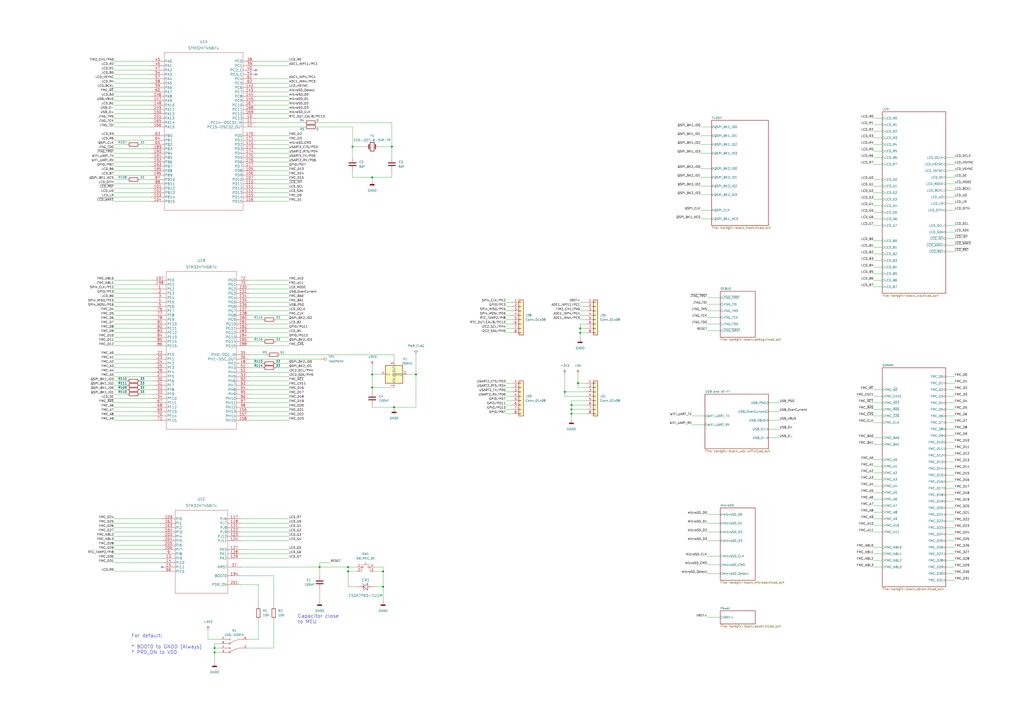
<source format=kicad_sch>
(kicad_sch (version 20211123) (generator eeschema)
  (paper "A2")
  (title_block (title "Main") (date "2022-11-14") (rev "Rev. 1") (company "HardGFX") (comment 1 "Esp. Eng. Sciarrone, Hanes Nahuel") (comment 2 "Master in embedded systems") (comment 3 "UBA - Facultad de Ingeniería"))
  (junction (at 222.25 331.47))
  (junction (at 331.47 240.03))
  (junction (at 204.47 85.09))
  (junction (at 331.47 234.95))
  (junction (at 327.66 227.33))
  (junction (at 336.55 190.5))
  (junction (at 227.33 85.09))
  (junction (at 331.47 237.49))
  (junction (at 124.46 378.46))
  (junction (at 335.28 222.25))
  (junction (at 215.9 217.17))
  (junction (at 201.93 331.47))
  (junction (at 201.93 328.93))
  (junction (at 124.46 375.92))
  (junction (at 336.55 193.04))
  (junction (at 222.25 340.36))
  (junction (at 185.42 328.93))
  (junction (at 215.9 102.87))
  (junction (at 215.9 224.79))
  (junction (at 228.6 236.22))
  (junction (at 241.3 217.17))
  (no_connect (at 148.59 43.18))
  (no_connect (at 148.59 40.64))
  (no_connect (at 93.98 328.93))
  (wire (pts (xy 66.04 233.68) (xy 88.9 233.68)))
  (wire (pts (xy 148.59 48.26) (xy 167.64 48.26)))
  (wire (pts (xy 144.78 187.96) (xy 167.64 187.96)))
  (wire (pts (xy 506.73 237.49) (xy 511.81 237.49)))
  (wire (pts (xy 548.64 302.26) (xy 553.72 302.26)))
  (wire (pts (xy 548.64 134.62) (xy 553.72 134.62)))
  (wire (pts (xy 340.36 224.79) (xy 335.28 224.79)))
  (wire (pts (xy 139.7 334.01) (xy 158.75 334.01)))
  (wire (pts (xy 548.64 317.5) (xy 553.72 317.5)))
  (wire (pts (xy 548.64 309.88) (xy 553.72 309.88)))
  (wire (pts (xy 406.4 88.9) (xy 412.75 88.9)))
  (wire (pts (xy 66.04 93.98) (xy 87.63 93.98)))
  (wire (pts (xy 66.04 55.88) (xy 87.63 55.88)))
  (wire (pts (xy 66.04 63.5) (xy 87.63 63.5)))
  (wire (pts (xy 548.64 271.78) (xy 553.72 271.78)))
  (wire (pts (xy 148.59 68.58) (xy 167.64 68.58)))
  (wire (pts (xy 293.37 237.49) (xy 297.18 237.49)))
  (wire (pts (xy 293.37 185.42) (xy 297.18 185.42)))
  (wire (pts (xy 241.3 236.22) (xy 228.6 236.22)))
  (wire (pts (xy 445.77 233.68) (xy 452.12 233.68)))
  (wire (pts (xy 144.78 228.6) (xy 167.64 228.6)))
  (wire (pts (xy 66.04 236.22) (xy 88.9 236.22)))
  (wire (pts (xy 548.64 260.35) (xy 553.72 260.35)))
  (wire (pts (xy 406.4 113.03) (xy 412.75 113.03)))
  (wire (pts (xy 241.3 217.17) (xy 241.3 236.22)))
  (wire (pts (xy 548.64 287.02) (xy 553.72 287.02)))
  (wire (pts (xy 548.64 294.64) (xy 553.72 294.64)))
  (wire (pts (xy 144.78 243.84) (xy 167.64 243.84)))
  (wire (pts (xy 445.77 243.84) (xy 452.12 243.84)))
  (wire (pts (xy 66.04 223.52) (xy 73.66 223.52)))
  (wire (pts (xy 148.59 99.06) (xy 167.64 99.06)))
  (wire (pts (xy 336.55 190.5) (xy 336.55 193.04)))
  (wire (pts (xy 222.25 328.93) (xy 217.17 328.93)))
  (wire (pts (xy 406.4 83.82) (xy 412.75 83.82)))
  (wire (pts (xy 66.04 308.61) (xy 93.98 308.61)))
  (wire (pts (xy 81.28 220.98) (xy 88.9 220.98)))
  (wire (pts (xy 191.77 326.39) (xy 185.42 326.39)))
  (wire (pts (xy 406.4 107.95) (xy 412.75 107.95)))
  (wire (pts (xy 548.64 95.25) (xy 553.72 95.25)))
  (wire (pts (xy 148.59 106.68) (xy 167.64 106.68)))
  (wire (pts (xy 227.33 102.87) (xy 215.9 102.87)))
  (wire (pts (xy 207.01 340.36) (xy 201.93 340.36)))
  (wire (pts (xy 215.9 224.79) (xy 215.9 227.33)))
  (wire (pts (xy 160.02 213.36) (xy 167.64 213.36)))
  (wire (pts (xy 506.73 158.75) (xy 511.81 158.75)))
  (wire (pts (xy 222.25 340.36) (xy 222.25 331.47)))
  (wire (pts (xy 327.66 227.33) (xy 327.66 217.17)))
  (wire (pts (xy 139.7 311.15) (xy 167.64 311.15)))
  (wire (pts (xy 201.93 340.36) (xy 201.93 331.47)))
  (wire (pts (xy 148.59 55.88) (xy 167.64 55.88)))
  (wire (pts (xy 66.04 231.14) (xy 88.9 231.14)))
  (wire (pts (xy 293.37 229.87) (xy 297.18 229.87)))
  (wire (pts (xy 215.9 217.17) (xy 215.9 212.09)))
  (wire (pts (xy 506.73 147.32) (xy 511.81 147.32)))
  (wire (pts (xy 144.78 218.44) (xy 167.64 218.44)))
  (wire (pts (xy 215.9 224.79) (xy 215.9 217.17)))
  (wire (pts (xy 548.64 142.24) (xy 553.72 142.24)))
  (wire (pts (xy 66.04 177.8) (xy 88.9 177.8)))
  (wire (pts (xy 185.42 341.63) (xy 185.42 349.25)))
  (wire (pts (xy 124.46 373.38) (xy 124.46 375.92)))
  (wire (pts (xy 66.04 68.58) (xy 87.63 68.58)))
  (wire (pts (xy 506.73 281.94) (xy 511.81 281.94)))
  (wire (pts (xy 204.47 99.06) (xy 204.47 102.87)))
  (wire (pts (xy 144.78 220.98) (xy 167.64 220.98)))
  (wire (pts (xy 406.4 78.74) (xy 412.75 78.74)))
  (wire (pts (xy 139.7 323.85) (xy 167.64 323.85)))
  (wire (pts (xy 148.59 86.36) (xy 167.64 86.36)))
  (wire (pts (xy 548.64 279.4) (xy 553.72 279.4)))
  (wire (pts (xy 148.59 38.1) (xy 167.64 38.1)))
  (wire (pts (xy 66.04 311.15) (xy 93.98 311.15)))
  (wire (pts (xy 144.78 205.74) (xy 154.94 205.74)))
  (wire (pts (xy 548.64 245.11) (xy 553.72 245.11)))
  (wire (pts (xy 336.55 193.04) (xy 336.55 196.85)))
  (wire (pts (xy 293.37 193.04) (xy 297.18 193.04)))
  (wire (pts (xy 143.51 370.84) (xy 149.86 370.84)))
  (wire (pts (xy 201.93 331.47) (xy 201.93 328.93)))
  (wire (pts (xy 548.64 138.43) (xy 553.72 138.43)))
  (wire (pts (xy 293.37 234.95) (xy 297.18 234.95)))
  (wire (pts (xy 410.21 332.74) (xy 417.83 332.74)))
  (wire (pts (xy 336.55 187.96) (xy 336.55 190.5)))
  (wire (pts (xy 228.6 236.22) (xy 228.6 237.49)))
  (wire (pts (xy 335.28 224.79) (xy 335.28 222.25)))
  (wire (pts (xy 445.77 238.76) (xy 452.12 238.76)))
  (wire (pts (xy 336.55 182.88) (xy 340.36 182.88)))
  (wire (pts (xy 139.7 313.69) (xy 167.64 313.69)))
  (wire (pts (xy 548.64 267.97) (xy 553.72 267.97)))
  (wire (pts (xy 506.73 123.19) (xy 511.81 123.19)))
  (wire (pts (xy 160.02 198.12) (xy 167.64 198.12)))
  (wire (pts (xy 506.73 119.38) (xy 511.81 119.38)))
  (wire (pts (xy 293.37 227.33) (xy 297.18 227.33)))
  (wire (pts (xy 66.04 220.98) (xy 73.66 220.98)))
  (wire (pts (xy 148.59 78.74) (xy 167.64 78.74)))
  (wire (pts (xy 66.04 303.53) (xy 93.98 303.53)))
  (wire (pts (xy 204.47 102.87) (xy 215.9 102.87)))
  (wire (pts (xy 506.73 87.63) (xy 511.81 87.63)))
  (wire (pts (xy 506.73 162.56) (xy 511.81 162.56)))
  (wire (pts (xy 66.04 195.58) (xy 88.9 195.58)))
  (wire (pts (xy 340.36 234.95) (xy 331.47 234.95)))
  (wire (pts (xy 336.55 177.8) (xy 340.36 177.8)))
  (wire (pts (xy 66.04 116.84) (xy 87.63 116.84)))
  (wire (pts (xy 128.27 373.38) (xy 124.46 373.38)))
  (wire (pts (xy 506.73 254) (xy 511.81 254)))
  (wire (pts (xy 66.04 60.96) (xy 87.63 60.96)))
  (wire (pts (xy 406.4 127) (xy 412.75 127)))
  (wire (pts (xy 66.04 167.64) (xy 88.9 167.64)))
  (wire (pts (xy 340.36 229.87) (xy 327.66 229.87)))
  (wire (pts (xy 144.78 208.28) (xy 185.42 208.28)))
  (wire (pts (xy 548.64 298.45) (xy 553.72 298.45)))
  (wire (pts (xy 506.73 274.32) (xy 511.81 274.32)))
  (wire (pts (xy 66.04 213.36) (xy 88.9 213.36)))
  (wire (pts (xy 293.37 232.41) (xy 297.18 232.41)))
  (wire (pts (xy 293.37 224.79) (xy 297.18 224.79)))
  (wire (pts (xy 66.04 243.84) (xy 88.9 243.84)))
  (wire (pts (xy 124.46 375.92) (xy 128.27 375.92)))
  (wire (pts (xy 148.59 114.3) (xy 167.64 114.3)))
  (wire (pts (xy 506.73 72.39) (xy 511.81 72.39)))
  (wire (pts (xy 162.56 205.74) (xy 228.6 205.74)))
  (wire (pts (xy 410.21 298.45) (xy 417.83 298.45)))
  (wire (pts (xy 124.46 378.46) (xy 124.46 384.81)))
  (wire (pts (xy 506.73 278.13) (xy 511.81 278.13)))
  (wire (pts (xy 217.17 340.36) (xy 222.25 340.36)))
  (wire (pts (xy 124.46 375.92) (xy 124.46 378.46)))
  (wire (pts (xy 185.42 326.39) (xy 185.42 328.93)))
  (wire (pts (xy 185.42 328.93) (xy 201.93 328.93)))
  (wire (pts (xy 201.93 328.93) (xy 207.01 328.93)))
  (wire (pts (xy 241.3 205.74) (xy 241.3 217.17)))
  (wire (pts (xy 144.78 190.5) (xy 167.64 190.5)))
  (wire (pts (xy 184.15 71.12) (xy 227.33 71.12)))
  (wire (pts (xy 336.55 175.26) (xy 340.36 175.26)))
  (wire (pts (xy 340.36 190.5) (xy 336.55 190.5)))
  (wire (pts (xy 336.55 180.34) (xy 340.36 180.34)))
  (wire (pts (xy 548.64 226.06) (xy 553.72 226.06)))
  (wire (pts (xy 66.04 162.56) (xy 88.9 162.56)))
  (wire (pts (xy 236.22 217.17) (xy 241.3 217.17)))
  (wire (pts (xy 548.64 256.54) (xy 553.72 256.54)))
  (wire (pts (xy 548.64 328.93) (xy 553.72 328.93)))
  (wire (pts (xy 66.04 86.36) (xy 87.63 86.36)))
  (wire (pts (xy 548.64 222.25) (xy 553.72 222.25)))
  (wire (pts (xy 66.04 218.44) (xy 88.9 218.44)))
  (wire (pts (xy 227.33 91.44) (xy 227.33 85.09)))
  (wire (pts (xy 66.04 71.12) (xy 87.63 71.12)))
  (wire (pts (xy 548.64 248.92) (xy 553.72 248.92)))
  (wire (pts (xy 506.73 68.58) (xy 511.81 68.58)))
  (wire (pts (xy 160.02 185.42) (xy 167.64 185.42)))
  (wire (pts (xy 548.64 336.55) (xy 553.72 336.55)))
  (wire (pts (xy 148.59 111.76) (xy 167.64 111.76)))
  (wire (pts (xy 410.21 172.72) (xy 417.83 172.72)))
  (wire (pts (xy 66.04 306.07) (xy 93.98 306.07)))
  (wire (pts (xy 148.59 45.72) (xy 167.64 45.72)))
  (wire (pts (xy 228.6 205.74) (xy 228.6 209.55)))
  (wire (pts (xy 336.55 185.42) (xy 340.36 185.42)))
  (wire (pts (xy 410.21 184.15) (xy 417.83 184.15)))
  (wire (pts (xy 144.78 226.06) (xy 167.64 226.06)))
  (wire (pts (xy 144.78 185.42) (xy 152.4 185.42)))
  (wire (pts (xy 548.64 237.49) (xy 553.72 237.49)))
  (wire (pts (xy 548.64 130.81) (xy 553.72 130.81)))
  (wire (pts (xy 144.78 165.1) (xy 167.64 165.1)))
  (wire (pts (xy 144.78 241.3) (xy 167.64 241.3)))
  (wire (pts (xy 548.64 218.44) (xy 553.72 218.44)))
  (wire (pts (xy 506.73 321.31) (xy 511.81 321.31)))
  (wire (pts (xy 144.78 177.8) (xy 167.64 177.8)))
  (wire (pts (xy 66.04 88.9) (xy 87.63 88.9)))
  (wire (pts (xy 293.37 175.26) (xy 297.18 175.26)))
  (wire (pts (xy 139.7 321.31) (xy 167.64 321.31)))
  (wire (pts (xy 144.78 223.52) (xy 167.64 223.52)))
  (wire (pts (xy 139.7 306.07) (xy 167.64 306.07)))
  (wire (pts (xy 506.73 166.37) (xy 511.81 166.37)))
  (wire (pts (xy 66.04 190.5) (xy 88.9 190.5)))
  (wire (pts (xy 410.21 327.66) (xy 417.83 327.66)))
  (wire (pts (xy 144.78 233.68) (xy 167.64 233.68)))
  (wire (pts (xy 548.64 325.12) (xy 553.72 325.12)))
  (wire (pts (xy 548.64 264.16) (xy 553.72 264.16)))
  (wire (pts (xy 66.04 210.82) (xy 88.9 210.82)))
  (wire (pts (xy 148.59 50.8) (xy 167.64 50.8)))
  (wire (pts (xy 66.04 45.72) (xy 87.63 45.72)))
  (wire (pts (xy 139.7 339.09) (xy 149.86 339.09)))
  (wire (pts (xy 148.59 71.12) (xy 176.53 71.12)))
  (wire (pts (xy 327.66 229.87) (xy 327.66 227.33)))
  (wire (pts (xy 144.78 182.88) (xy 167.64 182.88)))
  (wire (pts (xy 148.59 101.6) (xy 167.64 101.6)))
  (wire (pts (xy 144.78 167.64) (xy 167.64 167.64)))
  (wire (pts (xy 293.37 187.96) (xy 297.18 187.96)))
  (wire (pts (xy 222.25 340.36) (xy 222.25 349.25)))
  (wire (pts (xy 66.04 241.3) (xy 88.9 241.3)))
  (wire (pts (xy 144.78 195.58) (xy 167.64 195.58)))
  (wire (pts (xy 410.21 308.61) (xy 417.83 308.61)))
  (wire (pts (xy 148.59 53.34) (xy 167.64 53.34)))
  (wire (pts (xy 340.36 227.33) (xy 327.66 227.33)))
  (wire (pts (xy 506.73 300.99) (xy 511.81 300.99)))
  (wire (pts (xy 293.37 240.03) (xy 297.18 240.03)))
  (wire (pts (xy 506.73 107.95) (xy 511.81 107.95)))
  (wire (pts (xy 144.78 193.04) (xy 167.64 193.04)))
  (wire (pts (xy 66.04 326.39) (xy 93.98 326.39)))
  (wire (pts (xy 506.73 285.75) (xy 511.81 285.75)))
  (wire (pts (xy 148.59 116.84) (xy 167.64 116.84)))
  (wire (pts (xy 149.86 339.09) (xy 149.86 351.79)))
  (wire (pts (xy 144.78 236.22) (xy 167.64 236.22)))
  (wire (pts (xy 506.73 304.8) (xy 511.81 304.8)))
  (wire (pts (xy 66.04 38.1) (xy 87.63 38.1)))
  (wire (pts (xy 204.47 91.44) (xy 204.47 85.09)))
  (wire (pts (xy 120.65 370.84) (xy 120.65 365.76)))
  (wire (pts (xy 66.04 99.06) (xy 87.63 99.06)))
  (wire (pts (xy 340.36 240.03) (xy 331.47 240.03)))
  (wire (pts (xy 506.73 270.51) (xy 511.81 270.51)))
  (wire (pts (xy 185.42 328.93) (xy 185.42 334.01)))
  (wire (pts (xy 66.04 300.99) (xy 93.98 300.99)))
  (wire (pts (xy 144.78 198.12) (xy 152.4 198.12)))
  (wire (pts (xy 66.04 170.18) (xy 88.9 170.18)))
  (wire (pts (xy 548.64 106.68) (xy 553.72 106.68)))
  (wire (pts (xy 548.64 306.07) (xy 553.72 306.07)))
  (wire (pts (xy 204.47 73.66) (xy 204.47 85.09)))
  (wire (pts (xy 340.36 232.41) (xy 331.47 232.41)))
  (wire (pts (xy 410.21 322.58) (xy 417.83 322.58)))
  (wire (pts (xy 410.21 187.96) (xy 417.83 187.96)))
  (wire (pts (xy 506.73 95.25) (xy 511.81 95.25)))
  (wire (pts (xy 506.73 241.3) (xy 511.81 241.3)))
  (wire (pts (xy 548.64 118.11) (xy 553.72 118.11)))
  (wire (pts (xy 66.04 238.76) (xy 88.9 238.76)))
  (wire (pts (xy 148.59 88.9) (xy 167.64 88.9)))
  (wire (pts (xy 81.28 83.82) (xy 87.63 83.82)))
  (wire (pts (xy 66.04 101.6) (xy 87.63 101.6)))
  (wire (pts (xy 410.21 303.53) (xy 417.83 303.53)))
  (wire (pts (xy 66.04 48.26) (xy 87.63 48.26)))
  (wire (pts (xy 66.04 111.76) (xy 87.63 111.76)))
  (wire (pts (xy 148.59 104.14) (xy 167.64 104.14)))
  (wire (pts (xy 144.78 210.82) (xy 152.4 210.82)))
  (wire (pts (xy 144.78 231.14) (xy 167.64 231.14)))
  (wire (pts (xy 506.73 139.7) (xy 511.81 139.7)))
  (wire (pts (xy 160.02 210.82) (xy 167.64 210.82)))
  (wire (pts (xy 331.47 234.95) (xy 331.47 237.49)))
  (wire (pts (xy 148.59 58.42) (xy 167.64 58.42)))
  (wire (pts (xy 66.04 226.06) (xy 73.66 226.06)))
  (wire (pts (xy 506.73 289.56) (xy 511.81 289.56)))
  (wire (pts (xy 66.04 91.44) (xy 87.63 91.44)))
  (wire (pts (xy 548.64 321.31) (xy 553.72 321.31)))
  (wire (pts (xy 66.04 104.14) (xy 73.66 104.14)))
  (wire (pts (xy 406.4 102.87) (xy 412.75 102.87)))
  (wire (pts (xy 548.64 275.59) (xy 553.72 275.59)))
  (wire (pts (xy 81.28 223.52) (xy 88.9 223.52)))
  (wire (pts (xy 139.7 328.93) (xy 185.42 328.93)))
  (wire (pts (xy 217.17 331.47) (xy 222.25 331.47)))
  (wire (pts (xy 506.73 325.12) (xy 511.81 325.12)))
  (wire (pts (xy 406.4 121.92) (xy 412.75 121.92)))
  (wire (pts (xy 331.47 240.03) (xy 331.47 243.84)))
  (wire (pts (xy 506.73 297.18) (xy 511.81 297.18)))
  (wire (pts (xy 340.36 237.49) (xy 331.47 237.49)))
  (wire (pts (xy 201.93 331.47) (xy 207.01 331.47)))
  (wire (pts (xy 66.04 43.18) (xy 87.63 43.18)))
  (wire (pts (xy 148.59 60.96) (xy 167.64 60.96)))
  (wire (pts (xy 81.28 104.14) (xy 87.63 104.14)))
  (wire (pts (xy 506.73 293.37) (xy 511.81 293.37)))
  (wire (pts (xy 66.04 182.88) (xy 88.9 182.88)))
  (wire (pts (xy 227.33 85.09) (xy 219.71 85.09)))
  (wire (pts (xy 506.73 151.13) (xy 511.81 151.13)))
  (wire (pts (xy 293.37 180.34) (xy 297.18 180.34)))
  (wire (pts (xy 128.27 370.84) (xy 120.65 370.84)))
  (wire (pts (xy 215.9 234.95) (xy 215.9 236.22)))
  (wire (pts (xy 66.04 66.04) (xy 87.63 66.04)))
  (wire (pts (xy 406.4 73.66) (xy 412.75 73.66)))
  (wire (pts (xy 149.86 370.84) (xy 149.86 359.41)))
  (wire (pts (xy 506.73 328.93) (xy 511.81 328.93)))
  (wire (pts (xy 548.64 313.69) (xy 553.72 313.69)))
  (wire (pts (xy 66.04 200.66) (xy 88.9 200.66)))
  (wire (pts (xy 66.04 198.12) (xy 88.9 198.12)))
  (wire (pts (xy 144.78 162.56) (xy 167.64 162.56)))
  (wire (pts (xy 548.64 241.3) (xy 553.72 241.3)))
  (wire (pts (xy 66.04 106.68) (xy 87.63 106.68)))
  (wire (pts (xy 66.04 180.34) (xy 88.9 180.34)))
  (wire (pts (xy 506.73 91.44) (xy 511.81 91.44)))
  (wire (pts (xy 506.73 317.5) (xy 511.81 317.5)))
  (wire (pts (xy 158.75 375.92) (xy 158.75 359.41)))
  (wire (pts (xy 66.04 50.8) (xy 87.63 50.8)))
  (wire (pts (xy 139.7 303.53) (xy 167.64 303.53)))
  (wire (pts (xy 410.21 176.53) (xy 417.83 176.53)))
  (wire (pts (xy 66.04 228.6) (xy 73.66 228.6)))
  (wire (pts (xy 144.78 213.36) (xy 152.4 213.36)))
  (wire (pts (xy 66.04 35.56) (xy 87.63 35.56)))
  (wire (pts (xy 144.78 172.72) (xy 167.64 172.72)))
  (wire (pts (xy 410.21 180.34) (xy 417.83 180.34)))
  (wire (pts (xy 506.73 245.11) (xy 511.81 245.11)))
  (wire (pts (xy 143.51 375.92) (xy 158.75 375.92)))
  (wire (pts (xy 66.04 193.04) (xy 88.9 193.04)))
  (wire (pts (xy 66.04 96.52) (xy 87.63 96.52)))
  (wire (pts (xy 506.73 266.7) (xy 511.81 266.7)))
  (wire (pts (xy 406.4 97.79) (xy 412.75 97.79)))
  (wire (pts (xy 148.59 93.98) (xy 167.64 93.98)))
  (wire (pts (xy 148.59 81.28) (xy 167.64 81.28)))
  (wire (pts (xy 66.04 187.96) (xy 88.9 187.96)))
  (wire (pts (xy 506.73 229.87) (xy 511.81 229.87)))
  (wire (pts (xy 144.78 200.66) (xy 167.64 200.66)))
  (wire (pts (xy 148.59 73.66) (xy 176.53 73.66)))
  (wire (pts (xy 204.47 85.09) (xy 212.09 85.09)))
  (wire (pts (xy 548.64 233.68) (xy 553.72 233.68)))
  (wire (pts (xy 144.78 215.9) (xy 167.64 215.9)))
  (wire (pts (xy 66.04 83.82) (xy 73.66 83.82)))
  (wire (pts (xy 148.59 35.56) (xy 167.64 35.56)))
  (wire (pts (xy 331.47 237.49) (xy 331.47 240.03)))
  (wire (pts (xy 66.04 172.72) (xy 88.9 172.72)))
  (wire (pts (xy 340.36 187.96) (xy 336.55 187.96)))
  (wire (pts (xy 506.73 233.68) (xy 511.81 233.68)))
  (wire (pts (xy 506.73 83.82) (xy 511.81 83.82)))
  (wire (pts (xy 506.73 226.06) (xy 511.81 226.06)))
  (wire (pts (xy 548.64 290.83) (xy 553.72 290.83)))
  (wire (pts (xy 293.37 182.88) (xy 297.18 182.88)))
  (wire (pts (xy 506.73 111.76) (xy 511.81 111.76)))
  (wire (pts (xy 410.21 191.77) (xy 417.83 191.77)))
  (wire (pts (xy 548.64 229.87) (xy 553.72 229.87)))
  (wire (pts (xy 506.73 257.81) (xy 511.81 257.81)))
  (wire (pts (xy 548.64 283.21) (xy 553.72 283.21)))
  (wire (pts (xy 81.28 226.06) (xy 88.9 226.06)))
  (wire (pts (xy 228.6 224.79) (xy 215.9 224.79)))
  (wire (pts (xy 66.04 185.42) (xy 88.9 185.42)))
  (wire (pts (xy 66.04 208.28) (xy 88.9 208.28)))
  (wire (pts (xy 66.04 109.22) (xy 87.63 109.22)))
  (wire (pts (xy 445.77 254) (xy 452.12 254)))
  (wire (pts (xy 66.04 58.42) (xy 87.63 58.42)))
  (wire (pts (xy 66.04 318.77) (xy 93.98 318.77)))
  (wire (pts (xy 331.47 232.41) (xy 331.47 234.95)))
  (wire (pts (xy 506.73 115.57) (xy 511.81 115.57)))
  (wire (pts (xy 66.04 40.64) (xy 87.63 40.64)))
  (wire (pts (xy 148.59 96.52) (xy 167.64 96.52)))
  (wire (pts (xy 506.73 154.94) (xy 511.81 154.94)))
  (wire (pts (xy 548.64 99.06) (xy 553.72 99.06)))
  (wire (pts (xy 410.21 313.69) (xy 417.83 313.69)))
  (wire (pts (xy 139.7 300.99) (xy 167.64 300.99)))
  (wire (pts (xy 548.64 332.74) (xy 553.72 332.74)))
  (wire (pts (xy 548.64 121.92) (xy 553.72 121.92)))
  (wire (pts (xy 506.73 76.2) (xy 511.81 76.2)))
  (wire (pts (xy 66.04 215.9) (xy 88.9 215.9)))
  (wire (pts (xy 445.77 248.92) (xy 452.12 248.92)))
  (wire (pts (xy 148.59 83.82) (xy 167.64 83.82)))
  (wire (pts (xy 184.15 73.66) (xy 204.47 73.66)))
  (wire (pts (xy 139.7 318.77) (xy 167.64 318.77)))
  (wire (pts (xy 81.28 228.6) (xy 88.9 228.6)))
  (wire (pts (xy 506.73 143.51) (xy 511.81 143.51)))
  (wire (pts (xy 66.04 321.31) (xy 93.98 321.31)))
  (wire (pts (xy 293.37 222.25) (xy 297.18 222.25)))
  (wire (pts (xy 293.37 177.8) (xy 297.18 177.8)))
  (wire (pts (xy 548.64 114.3) (xy 553.72 114.3)))
  (wire (pts (xy 66.04 78.74) (xy 87.63 78.74)))
  (wire (pts (xy 66.04 316.23) (xy 93.98 316.23)))
  (wire (pts (xy 144.78 238.76) (xy 167.64 238.76)))
  (wire (pts (xy 506.73 130.81) (xy 511.81 130.81)))
  (wire (pts (xy 293.37 190.5) (xy 297.18 190.5)))
  (wire (pts (xy 548.64 91.44) (xy 553.72 91.44)))
  (wire (pts (xy 506.73 308.61) (xy 511.81 308.61)))
  (wire (pts (xy 66.04 165.1) (xy 88.9 165.1)))
  (wire (pts (xy 148.59 63.5) (xy 167.64 63.5)))
  (wire (pts (xy 215.9 102.87) (xy 215.9 105.41)))
  (wire (pts (xy 340.36 193.04) (xy 336.55 193.04)))
  (wire (pts (xy 340.36 222.25) (xy 335.28 222.25)))
  (wire (pts (xy 548.64 102.87) (xy 553.72 102.87)))
  (wire (pts (xy 335.28 222.25) (xy 335.28 217.17)))
  (wire (pts (xy 66.04 313.69) (xy 93.98 313.69)))
  (wire (pts (xy 144.78 175.26) (xy 167.64 175.26)))
  (wire (pts (xy 148.59 66.04) (xy 167.64 66.04)))
  (wire (pts (xy 401.32 246.38) (xy 408.94 246.38)))
  (wire (pts (xy 66.04 114.3) (xy 87.63 114.3)))
  (wire (pts (xy 144.78 180.34) (xy 167.64 180.34)))
  (wire (pts (xy 548.64 146.05) (xy 553.72 146.05)))
  (wire (pts (xy 148.59 109.22) (xy 167.64 109.22)))
  (wire (pts (xy 66.04 53.34) (xy 87.63 53.34)))
  (wire (pts (xy 144.78 170.18) (xy 167.64 170.18)))
  (wire (pts (xy 222.25 331.47) (xy 222.25 328.93)))
  (wire (pts (xy 227.33 99.06) (xy 227.33 102.87)))
  (wire (pts (xy 548.64 252.73) (xy 553.72 252.73)))
  (wire (pts (xy 66.04 323.85) (xy 93.98 323.85)))
  (wire (pts (xy 506.73 104.14) (xy 511.81 104.14)))
  (wire (pts (xy 401.32 241.3) (xy 408.94 241.3)))
  (wire (pts (xy 66.04 205.74) (xy 88.9 205.74)))
  (wire (pts (xy 158.75 334.01) (xy 158.75 351.79)))
  (wire (pts (xy 66.04 175.26) (xy 88.9 175.26)))
  (wire (pts (xy 139.7 308.61) (xy 167.64 308.61)))
  (wire (pts (xy 506.73 127) (xy 511.81 127)))
  (wire (pts (xy 128.27 378.46) (xy 124.46 378.46)))
  (wire (pts (xy 506.73 80.01) (xy 511.81 80.01)))
  (wire (pts (xy 410.21 358.14) (xy 417.83 358.14)))
  (wire (pts (xy 548.64 110.49) (xy 553.72 110.49)))
  (wire (pts (xy 66.04 331.47) (xy 93.98 331.47)))
  (wire (pts (xy 220.98 217.17) (xy 215.9 217.17)))
  (wire (pts (xy 148.59 91.44) (xy 167.64 91.44)))
  (wire (pts (xy 215.9 236.22) (xy 228.6 236.22)))
  (wire (pts (xy 66.04 81.28) (xy 87.63 81.28)))
  (wire (pts (xy 227.33 71.12) (xy 227.33 85.09)))
  (wire (pts (xy 66.04 73.66) (xy 87.63 73.66)))
  (text "Capacitor close \nto MCU" (at 172.72 361.95 0) (effects (font (size 2 2)) (justify left bottom)))
  (text "For default:\n\n* BOOT0 to GNDD (Always) \n* PRD_ON to VDD" (at 76.2 379.73 0) (effects (font (size 2 2)) (justify left bottom)))
  (label "FMC_D6" (at 553.72 241.3 0))
  (label "FMC_D28" (at 553.72 325.12 0))
  (label "FMC_D27" (at 553.72 321.31 0))
  (label "LCD_VSYNC" (at 66.04 45.72 180))
  (label "LCD_R1" (at 506.73 72.39 180))
  (label "FMC_~{WE}" (at 66.04 53.34 180))
  (label "FMC_A9" (at 506.73 300.99 180))
  (label "GPIO{slash}PD7" (at 293.37 232.41 180))
  (label "USB_PSO" (at 452.12 233.68 0))
  (label "LCD_DCLK" (at 553.72 91.44 0))
  (label "I2C2_SDA{slash}PH5" (at 167.64 218.44 0))
  (label "FMC_D16" (at 553.72 279.4 0))
  (label "microSD_CMD" (at 410.21 327.66 180))
  (label "SPI4_MOSI{slash}PE6" (at 293.37 182.88 180))
  (label "LCD_HSYNC" (at 553.72 95.25 0))
  (label "FMC_D14" (at 167.64 101.6 0))
  (label "FMC_A0" (at 66.04 205.74 180))
  (label "microSD_D3" (at 167.64 63.5 0))
  (label "SPI4_CLK{slash}PE2" (at 66.04 167.64 180))
  (label "FMC_D12" (at 66.04 200.66 180))
  (label "QSPI_BK1_IO3" (at 66.04 220.98 180))
  (label "LCD_G6" (at 506.73 127 180))
  (label "FMC_A0" (at 506.73 266.7 180))
  (label "FMC_D7" (at 553.72 245.11 0))
  (label "FMC_D4" (at 66.04 180.34 180))
  (label "TIM2_CH1{slash}PA0" (at 336.55 180.34 180))
  (label "LCD_G3" (at 506.73 115.57 180))
  (label "FMC_CKE1" (at 167.64 223.52 0))
  (label "LCD_DCLK" (at 167.64 180.34 0))
  (label "microSD_D1" (at 410.21 303.53 180))
  (label "LCD_SDA" (at 167.64 111.76 0))
  (label "LCD_B1" (at 506.73 143.51 180))
  (label "FMC_A5" (at 506.73 285.75 180))
  (label "FMC_D1" (at 553.72 222.25 0))
  (label "FMC_NBL3" (at 506.73 328.93 180))
  (label "LCD_G1" (at 167.64 306.07 0))
  (label "LCD_R0" (at 66.04 331.47 180))
  (label "LCD_B4" (at 506.73 154.94 180))
  (label "~{JTAG_TRST}" (at 410.21 172.72 180))
  (label "USART2_RTS{slash}PD4" (at 293.37 224.79 180))
  (label "LCD_G7" (at 506.73 130.81 180))
  (label "FMC_D10" (at 66.04 195.58 180))
  (label "FMC_D27" (at 66.04 308.61 180))
  (label "LCD_G2" (at 506.73 111.76 180))
  (label "LCD_R2" (at 506.73 76.2 180))
  (label "QSPI_BK2_IO1" (at 167.64 213.36 0))
  (label "USART2_TX{slash}PD5" (at 167.64 91.44 0))
  (label "LCD_LR" (at 66.04 114.3 180))
  (label "LCD_G3" (at 167.64 311.15 0))
  (label "LCD_MODE" (at 553.72 106.68 0))
  (label "~{LCD_RST}" (at 66.04 109.22 180))
  (label "FMC_D7" (at 66.04 187.96 180))
  (label "microSD_D0" (at 167.64 55.88 0))
  (label "QSPI_BK1_IO0" (at 66.04 226.06 180))
  (label "LCD_HSYNC" (at 167.64 50.8 0))
  (label "LCD_B6" (at 506.73 162.56 180))
  (label "GPIO{slash}PG13" (at 167.64 195.58 0))
  (label "FMC_A1" (at 506.73 270.51 180))
  (label "RTC_OUT_CALIB{slash}PC13" (at 167.64 68.58 0))
  (label "GPIO{slash}PE3" (at 66.04 170.18 180))
  (label "FMC_A2" (at 506.73 274.32 180))
  (label "FMC_D30" (at 553.72 332.74 0))
  (label "FMC_D18" (at 553.72 287.02 0))
  (label "USB_D-" (at 452.12 254 0))
  (label "FMC_D21" (at 167.64 238.76 0))
  (label "FMC_NBL0" (at 506.73 317.5 180))
  (label "QSPI_BK2_IO2" (at 406.4 107.95 180))
  (label "LCD_BCKL" (at 66.04 50.8 180))
  (label "LCD_G5" (at 506.73 123.19 180))
  (label "FMC_BA1" (at 506.73 257.81 180))
  (label "FMC_D9" (at 66.04 193.04 180))
  (label "GPIO{slash}PE3" (at 293.37 177.8 180))
  (label "LCD_R7" (at 506.73 95.25 180))
  (label "FMC_NBL0" (at 66.04 162.56 180))
  (label "FMC_D26" (at 66.04 306.07 180))
  (label "FMC_BA0" (at 506.73 254 180))
  (label "USB_OverCurrent" (at 452.12 238.76 0))
  (label "FMC_D28" (at 66.04 316.23 180))
  (label "FMC_D17" (at 167.64 228.6 0))
  (label "FMC_D1" (at 167.64 116.84 0))
  (label "FMC_A8" (at 66.04 241.3 180))
  (label "FMC_A8" (at 506.73 297.18 180))
  (label "USB_PSO" (at 167.64 177.8 0))
  (label "FMC_~{CAS}" (at 167.64 200.66 0))
  (label "microSD_Detect" (at 410.21 332.74 180))
  (label "QSPI_BK1_IO0" (at 406.4 73.66 180))
  (label "LCD_R2" (at 66.04 38.1 180))
  (label "microSD_D2" (at 167.64 60.96 0))
  (label "LCD_G6" (at 167.64 321.31 0))
  (label "LCD_B2" (at 506.73 147.32 180))
  (label "QSPI_BK1_IO3" (at 406.4 88.9 180))
  (label "~{LCD_WAKE}" (at 553.72 142.24 0))
  (label "ADC1_INP4{slash}PC4" (at 336.55 182.88 180))
  (label "FMC_D19" (at 167.64 233.68 0))
  (label "I2C2_SCL{slash}PH4" (at 167.64 215.9 0))
  (label "FMC_A3" (at 506.73 278.13 180))
  (label "FMC_D10" (at 553.72 256.54 0))
  (label "SPI4_MOSI{slash}PE6" (at 66.04 177.8 180))
  (label "FMC_D23" (at 553.72 306.07 0))
  (label "LCD_DE" (at 553.72 102.87 0))
  (label "WIFI_UART_RX" (at 66.04 93.98 180))
  (label "LCD_B7" (at 66.04 101.6 180))
  (label "RTC_OUT_CALIB{slash}PC13" (at 293.37 187.96 180))
  (label "SPI4_MISO{slash}PE5" (at 66.04 175.26 180))
  (label "FMC_~{RAS}" (at 66.04 233.68 180))
  (label "~{LCD_INT}" (at 167.64 106.68 0))
  (label "USART2_RX{slash}PD6" (at 167.64 93.98 0))
  (label "SPI4_CLK{slash}PE2" (at 293.37 175.26 180))
  (label "FMC_D21" (at 553.72 298.45 0))
  (label "USART2_CTS{slash}PD3" (at 167.64 86.36 0))
  (label "JTAG_TDI" (at 66.04 73.66 180))
  (label "FMC_A10" (at 167.64 162.56 0))
  (label "GPIO{slash}PD7" (at 167.64 96.52 0))
  (label "JTAG_TDO" (at 66.04 86.36 180))
  (label "FMC_D22" (at 167.64 241.3 0))
  (label "QSPI_BK2_IO1" (at 406.4 102.87 180))
  (label "FMC_A11" (at 167.64 165.1 0))
  (label "FMC_~{NE1}" (at 167.64 220.98 0))
  (label "USART2_CTS{slash}PD3" (at 293.37 222.25 180))
  (label "FMC_BA0" (at 167.64 172.72 0))
  (label "I2C2_SCL{slash}PH4" (at 293.37 190.5 180))
  (label "LCD_G7" (at 167.64 323.85 0))
  (label "FMC_D12" (at 553.72 264.16 0))
  (label "FMC_D23" (at 167.64 243.84 0))
  (label "FMC_A6" (at 506.73 289.56 180))
  (label "QSPI_BK1_NCS" (at 66.04 104.14 180))
  (label "FMC_NBL1" (at 66.04 165.1 180))
  (label "FMC_A4" (at 506.73 281.94 180))
  (label "FMC_A9" (at 66.04 243.84 180))
  (label "FMC_D30" (at 66.04 323.85 180))
  (label "LCD_R3" (at 66.04 78.74 180))
  (label "USART2_RTS{slash}PD4" (at 167.64 88.9 0))
  (label "FMC_D16" (at 167.64 226.06 0))
  (label "VREF+" (at 410.21 358.14 180))
  (label "ADC1_INP11{slash}PC1" (at 336.55 177.8 180))
  (label "RESET" (at 191.77 326.39 0))
  (label "FMC_D18" (at 167.64 231.14 0))
  (label "LCD_DITH" (at 553.72 121.92 0))
  (label "FMC_D3" (at 553.72 229.87 0))
  (label "FMC_D31" (at 553.72 336.55 0))
  (label "FMC_D3" (at 167.64 81.28 0))
  (label "JTAG_TCK" (at 66.04 71.12 180))
  (label "FMC_D6" (at 66.04 185.42 180))
  (label "LCD_B0" (at 66.04 172.72 180))
  (label "LCD_BCKL" (at 553.72 110.49 0))
  (label "QSPI_CLK" (at 406.4 121.92 180))
  (label "RTC_TAMP2{slash}PI8" (at 293.37 185.42 180))
  (label "LCD_G4" (at 506.73 119.38 180))
  (label "FMC_A5" (at 66.04 218.44 180))
  (label "GPIO{slash}PG11" (at 167.64 190.5 0))
  (label "FMC_D25" (at 553.72 313.69 0))
  (label "LCD_G2" (at 167.64 308.61 0))
  (label "FMC_D5" (at 553.72 237.49 0))
  (label "RESET" (at 410.21 191.77 180))
  (label "FMC_D13" (at 553.72 267.97 0))
  (label "FMC_D13" (at 167.64 99.06 0))
  (label "FMC_D20" (at 553.72 294.64 0))
  (label "QSPI_BK1_IO1" (at 406.4 78.74 180))
  (label "LCD_B7" (at 506.73 166.37 180))
  (label "LCD_DITH" (at 66.04 106.68 180))
  (label "USB_D-" (at 66.04 63.5 180))
  (label "LCD_R3" (at 506.73 80.01 180))
  (label "FMC_D29" (at 553.72 328.93 0))
  (label "ADC1_INN4{slash}PC5" (at 167.64 48.26 0))
  (label "FMC_D15" (at 167.64 104.14 0))
  (label "LCD_UD" (at 66.04 111.76 180))
  (label "SPI4_MISO{slash}PE5" (at 293.37 180.34 180))
  (label "FMC_D8" (at 553.72 248.92 0))
  (label "LCD_R4" (at 66.04 48.26 180))
  (label "GPIO{slash}PB7" (at 66.04 96.52 180))
  (label "GPIO{slash}PB7" (at 293.37 240.03 180))
  (label "LCD_R6" (at 506.73 91.44 180))
  (label "FMC_D4" (at 553.72 233.68 0))
  (label "FMC_D11" (at 66.04 198.12 180))
  (label "microSD_CMD" (at 167.64 83.82 0))
  (label "microSD_Detect" (at 167.64 53.34 0))
  (label "FMC_A3" (at 66.04 213.36 180))
  (label "LCD_R5" (at 506.73 87.63 180))
  (label "microSD_CLK" (at 167.64 66.04 0))
  (label "LCD_B0" (at 506.73 139.7 180))
  (label "FMC_A6" (at 66.04 236.22 180))
  (label "GPIO{slash}PG13" (at 293.37 237.49 180))
  (label "microSD_D2" (at 410.21 308.61 180))
  (label "FMC_D20" (at 167.64 236.22 0))
  (label "LCD_SDA" (at 553.72 134.62 0))
  (label "LCD_G0" (at 167.64 303.53 0))
  (label "FMC_D11" (at 553.72 260.35 0))
  (label "QSPI_BK1_IO1" (at 66.04 228.6 180))
  (label "USART2_TX{slash}PD5" (at 293.37 227.33 180))
  (label "FMC_D24" (at 66.04 300.99 180))
  (label "LCD_B1" (at 66.04 60.96 180))
  (label "JTAG_TDO" (at 410.21 187.96 180))
  (label "FMC_D25" (at 66.04 303.53 180))
  (label "FMC_D29" (at 66.04 318.77 180))
  (label "LCD_B5" (at 66.04 43.18 180))
  (label "QSPI_BK1_NCS" (at 406.4 127 180))
  (label "USB_VBUS" (at 66.04 58.42 180))
  (label "FMC_D19" (at 553.72 290.83 0))
  (label "USB_D+" (at 66.04 66.04 180))
  (label "USB_VBUS" (at 452.12 243.84 0))
  (label "LCD_R4" (at 506.73 83.82 180))
  (label "FMC_D22" (at 553.72 302.26 0))
  (label "LCD_R5" (at 167.64 35.56 0))
  (label "JTAG_TDI" (at 410.21 176.53 180))
  (label "FMC_NBL1" (at 506.73 321.31 180))
  (label "LCD_LR" (at 553.72 118.11 0))
  (label "LCD_G5" (at 167.64 318.77 0))
  (label "FMC_CLK" (at 506.73 245.11 180))
  (label "microSD_D0" (at 410.21 298.45 180))
  (label "FMC_~{CAS}" (at 506.73 241.3 180))
  (label "FMC_D0" (at 167.64 114.3 0))
  (label "FMC_NBL3" (at 66.04 313.69 180))
  (label "FMC_D0" (at 553.72 218.44 0))
  (label "LCD_MODE" (at 167.64 167.64 0))
  (label "USB_OverCurrent" (at 167.64 170.18 0))
  (label "LCD_VSYNC" (at 553.72 99.06 0))
  (label "FMC_CKE1" (at 506.73 229.87 180))
  (label "WIFI_UART_TX" (at 66.04 91.44 180))
  (label "LCD_R6" (at 66.04 81.28 180))
  (label "FMC_D5" (at 66.04 182.88 180))
  (label "ADC1_INP11{slash}PC1" (at 167.64 38.1 0))
  (label "FMC_A2" (at 66.04 210.82 180))
  (label "LCD_B5" (at 506.73 158.75 180))
  (label "LCD_UD" (at 553.72 114.3 0))
  (label "VREF+" (at 336.55 175.26 180))
  (label "FMC_D9" (at 553.72 252.73 0))
  (label "FMC_D15" (at 553.72 275.59 0))
  (label "FMC_A11" (at 506.73 308.61 180))
  (label "FMC_D8" (at 66.04 190.5 180))
  (label "JTAG_TMS" (at 410.21 180.34 180))
  (label "microSD_D1" (at 167.64 58.42 0))
  (label "FMC_D26" (at 553.72 317.5 0))
  (label "LCD_G1" (at 506.73 107.95 180))
  (label "QSPI_CLK" (at 66.04 83.82 180))
  (label "LCD_G4" (at 167.64 313.69 0))
  (label "QSPI_BK2_IO0" (at 406.4 97.79 180))
  (label "microSD_D3" (at 410.21 313.69 180))
  (label "FMC_BA1" (at 167.64 175.26 0))
  (label "GPIO{slash}PG11" (at 293.37 234.95 180))
  (label "LCD_B6" (at 66.04 99.06 180))
  (label "ADC1_INN4{slash}PC5" (at 336.55 185.42 180))
  (label "FMC_D2" (at 553.72 226.06 0))
  (label "ADC1_INP4{slash}PC4" (at 167.64 45.72 0))
  (label "LCD_B3" (at 506.73 151.13 180))
  (label "FMC_NBL2" (at 506.73 325.12 180))
  (label "WIFI_UART_TX" (at 401.32 241.3 180))
  (label "FMC_~{WE}" (at 506.73 226.06 180))
  (label "FMC_~{NE1}" (at 506.73 233.68 180))
  (label "~{JTAG_TRST}" (at 66.04 88.9 180))
  (label "USB_D+" (at 452.12 248.92 0))
  (label "RTC_TAMP2{slash}PI8" (at 66.04 321.31 180))
  (label "LCD_SCL" (at 553.72 130.81 0))
  (label "FMC_~{RAS}" (at 506.73 237.49 180))
  (label "QSPI_BK2_IO2" (at 167.64 185.42 0))
  (label "QSPI_BK2_IO3" (at 167.64 198.12 0))
  (label "LCD_SCL" (at 167.64 109.22 0))
  (label "FMC_D31" (at 66.04 326.39 180))
  (label "FMC_A1" (at 66.04 208.28 180))
  (label "QSPI_BK1_IO2" (at 406.4 83.82 180))
  (label "USART2_RX{slash}PD6" (at 293.37 229.87 180))
  (label "FMC_D24" (at 553.72 309.88 0))
  (label "LCD_B3" (at 66.04 55.88 180))
  (label "~{LCD_WAKE}" (at 66.04 116.84 180))
  (label "FMC_D14" (at 553.72 271.78 0))
  (label "QSPI_BK2_IO3" (at 406.4 113.03 180))
  (label "I2C2_SDA{slash}PH5" (at 293.37 193.04 180))
  (label "FMC_D17" (at 553.72 283.21 0))
  (label "QSPI_BK1_IO2" (at 66.04 223.52 180))
  (label "JTAG_TCK" (at 410.21 184.15 180))
  (label "QSPI_BK2_IO0" (at 167.64 210.82 0))
  (label "LCD_R7" (at 167.64 300.99 0))
  (label "FMC_A4" (at 66.04 215.9 180))
  (label "~{LCD_RST}" (at 553.72 146.05 0))
  (label "LCD_R1" (at 66.04 40.64 180))
  (label "LCD_B2" (at 167.64 187.96 0))
  (label "~{LCD_INT}" (at 553.72 138.43 0))
  (label "JTAG_TMS" (at 66.04 68.58 180))
  (label "FMC_A10" (at 506.73 304.8 180))
  (label "WIFI_UART_RX" (at 401.32 246.38 180))
  (label "LCD_B4" (at 167.64 193.04 0))
  (label "TIM2_CH1{slash}PA0" (at 66.04 35.56 180))
  (label "FMC_A7" (at 506.73 293.37 180))
  (label "FMC_D2" (at 167.64 78.74 0))
  (label "LCD_G0" (at 506.73 104.14 180))
  (label "FMC_A7" (at 66.04 238.76 180))
  (label "microSD_CLK" (at 410.21 322.58 180))
  (label "LCD_R0" (at 506.73 68.58 180))
  (label "FMC_CLK" (at 167.64 182.88 0))
  (label "FMC_NBL2" (at 66.04 311.15 180))
  (label "LCD_DE" (at 66.04 231.14 180))
  (symbol (lib_id "Connector_Generic:Conn_01x08") (at 345.44 229.87 0) (unit 1)
    (property "Reference" "J31" (at 347.98 229.8699 0) (effects (justify left)))
    (property "Value" "Conn_01x08" (at 347.98 232.4099 0) (effects (justify left)))
    (property "Footprint" "Connector_PinSocket_2.54mm:PinSocket_1x08_P2.54mm_Vertical" (effects hide))
    (property "Datasheet" "http://suddendocs.samtec.com/catalog_english/tsw_th.pdf" (effects hide))
    (property "MANUFACTURER" "Samtec Inc." (effects hide))
    (property "digikey#" "SAM1029-08-ND" (effects hide))
    (property "manf#" "TSW-108-07-G-S" (effects hide))
    (property "mouser#" "200-TSW10407GS" (effects hide))
  )
  (symbol (lib_id "Device:R") (at 156.21 210.82 90) (unit 1)
    (property "Reference" "R113" (at 149.86 209.55 90))
    (property "Value" "33" (at 161.29 209.55 90))
    (property "Footprint" "Resistor_SMD:R_0603_1608Metric_Pad0.98x0.95mm_HandSolder" (effects hide))
    (property "Datasheet" "https://www.yageo.com/upload/media/product/productsearch/datasheet/rchip/PYu-RC_Group_51_RoHS_L_12.pdf" (effects hide))
    (property "MANUFACTURER" "YAGEO" (effects hide))
    (property "digikey#" "311-33.0HRCT-ND" (effects hide))
    (property "manf#" "RC0603FR-0733RL" (effects hide))
    (property "mouser#" "603-RC0603FR-0733RL" (effects hide))
  )
  (symbol (lib_id "STM32H745BITx:STM32H745BITx") (at 88.9 162.56 0) (unit 2)
    (property "Reference" "U1" (at 116.84 151.13 0) (effects (font (size 1.524 1.524))))
    (property "Value" "STM32H745BITx" (at 116.84 154.94 0) (effects (font (size 1.524 1.524))))
    (property "Footprint" "Package_QFP:LQFP-208_28x28mm_P0.5mm" (effects hide))
    (property "Datasheet" "https://www.st.com/resource/en/datasheet/stm32h745bi.pdf" (effects hide))
    (property "MANUFACTURER" "STMicroelectronics" (effects hide))
    (property "manf#" "STM32H745BIT6" (effects hide))
    (property "digikey#" "STM32H745BIT6-ND" (effects hide))
    (property "mouser#" "511-STM32H745BIT6" (effects hide))
  )
  (symbol (lib_id "Device:R") (at 158.75 355.6 0) (unit 1)
    (property "Reference" "R2" (at 161.29 354.3299 0) (effects (justify left)))
    (property "Value" "10K" (at 161.29 356.8699 0) (effects (justify left)))
    (property "Footprint" "Resistor_SMD:R_0603_1608Metric_Pad0.98x0.95mm_HandSolder" (effects hide))
    (property "Datasheet" "https://www.yageo.com/upload/media/product/productsearch/datasheet/rchip/PYu-RC_Group_51_RoHS_L_12.pdf" (effects hide))
    (property "MANUFACTURER" "YAGEO" (effects hide))
    (property "digikey#" "311-10.0KHRCT-ND" (effects hide))
    (property "manf#" "RC0603FR-0710KL" (effects hide))
    (property "mouser#" "603-RC0603FR-0710KL" (effects hide))
  )
  (symbol (lib_id "Device:R") (at 180.34 71.12 270) (unit 1)
    (property "Reference" "R4" (at 175.26 69.85 90))
    (property "Value" "0" (at 184.15 69.85 90))
    (property "Footprint" "Resistor_SMD:R_0603_1608Metric_Pad0.98x0.95mm_HandSolder" (effects hide))
    (property "Datasheet" "https://fscdn.rohm.com/en/products/databook/datasheet/passive/resistor/chip_resistor/pmr-jpw-e.pdf" (effects hide))
    (property "MANUFACTURER" "Rohm Semiconductor" (effects hide))
    (property "digikey#" "PMR03EZPJ000-ND" (effects hide))
    (property "manf#" "PMR03EZPJ000" (effects hide))
    (property "mouser#" "755-PMR03EZPJ000" (effects hide))
  )
  (symbol (lib_id "ESDA7P60-1U1M:ESDA7P60-1U1M") (at 207.01 340.36 0) (unit 1)
    (property "Reference" "CR1" (at 212.09 336.55 0) (effects (font (size 1.524 1.524))))
    (property "Value" "ESDA7P60-1U1M" (at 212.09 345.44 0) (effects (font (size 1.524 1.524))))
    (property "Footprint" "ESDA7P60-1U1M:ESDA7P60-1U1M" (effects hide))
    (property "Datasheet" "https://www.st.com/content/ccc/resource/technical/document/datasheet/44/e9/26/44/42/ee/4f/e5/DM00139972.pdf/files/DM00139972.pdf/jcr:content/translations/en.DM00139972.pdf" (effects hide))
    (property "MANUFACTURER" "STMicroelectronics" (effects hide))
    (property "digikey#" "497-16253-1-ND" (effects hide))
    (property "manf#" "ESDA7P60-1U1M" (effects hide))
    (property "mouser#" "511-ESDA7P60-1U1M" (effects hide))
  )
  (symbol (lib_id "Device:R") (at 77.47 223.52 90) (unit 1)
    (property "Reference" "R111" (at 71.12 222.25 90))
    (property "Value" "33" (at 82.55 222.25 90))
    (property "Footprint" "Resistor_SMD:R_0603_1608Metric_Pad0.98x0.95mm_HandSolder" (effects hide))
    (property "Datasheet" "https://www.yageo.com/upload/media/product/productsearch/datasheet/rchip/PYu-RC_Group_51_RoHS_L_12.pdf" (effects hide))
    (property "MANUFACTURER" "YAGEO" (effects hide))
    (property "digikey#" "311-33.0HRCT-ND" (effects hide))
    (property "manf#" "RC0603FR-0733RL" (effects hide))
    (property "mouser#" "603-RC0603FR-0733RL" (effects hide))
  )
  (symbol (lib_id "power:GNDD") (at 185.42 349.25 0) (unit 1)
    (property "Reference" "#PWR03" (effects hide))
    (property "Value" "GNDD" (at 185.42 354.33 0))
  )
  (symbol (lib_id "Device:R") (at 149.86 355.6 0) (unit 1)
    (property "Reference" "R1" (at 152.4 354.3299 0) (effects (justify left)))
    (property "Value" "10K" (at 152.4 356.8699 0) (effects (justify left)))
    (property "Footprint" "Resistor_SMD:R_0603_1608Metric_Pad0.98x0.95mm_HandSolder" (effects hide))
    (property "Datasheet" "https://www.yageo.com/upload/media/product/productsearch/datasheet/rchip/PYu-RC_Group_51_RoHS_L_12.pdf" (effects hide))
    (property "MANUFACTURER" "YAGEO" (effects hide))
    (property "digikey#" "311-10.0KHRCT-ND" (effects hide))
    (property "manf#" "RC0603FR-0710KL" (effects hide))
    (property "mouser#" "603-RC0603FR-0710KL" (effects hide))
  )
  (symbol (lib_id "power:GNDD") (at 331.47 243.84 0) (unit 1)
    (property "Reference" "#PWR0111" (effects hide))
    (property "Value" "GNDD" (at 331.47 248.92 0))
  )
  (symbol (lib_id "Oscillator:XO32") (at 228.6 217.17 90) (unit 1)
    (property "Reference" "X1" (at 234.95 208.28 90))
    (property "Value" "25MHz" (at 236.22 210.82 90))
    (property "Footprint" "Oscillator:Oscillator_SMD_ECS_2520MV-xxx-xx-4Pin_2.5x2.0mm" (effects hide))
    (property "Datasheet" "https://ecsxtal.com/store/pdf/ECS-2520MVLC.pdf" (effects hide))
    (property "MANUFACTURER" "ECS Inc." (effects hide))
    (property "digikey#" "50-ECS-2520MVLC-250-CN-TRCT-ND" (effects hide))
    (property "manf#" "ECS-2520MVLC-250-CN-TR" (effects hide))
    (property "mouser#" "520-2520MVLC-250CNTR" (effects hide))
  )
  (symbol (lib_id "Device:C") (at 185.42 337.82 0) (unit 1)
    (property "Reference" "C1" (at 177.8 336.55 0) (effects (justify left)))
    (property "Value" "100nF" (at 176.53 339.09 0) (effects (justify left)))
    (property "Footprint" "Capacitor_SMD:C_0603_1608Metric_Pad1.08x0.95mm_HandSolder" (effects hide))
    (property "Datasheet" "https://www.yageo.com/upload/media/product/productsearch/datasheet/mlcc/UPY-GPHC_X7R_6.3V-to-50V_20.pdf" (effects hide))
    (property "MANUFACTURER" "YAGEO" (effects hide))
    (property "digikey#" "311-1088-1-ND" (effects hide))
    (property "manf#" "CC0603KRX7R7BB104" (effects hide))
    (property "mouser#" "603-CC603KRX7R7BB104" (effects hide))
  )
  (symbol (lib_id "Device:C") (at 204.47 95.25 0) (unit 1)
    (property "Reference" "C2" (at 208.28 93.9799 0) (effects (justify left)))
    (property "Value" "6pF" (at 208.28 96.5199 0) (effects (justify left)))
    (property "Footprint" "Capacitor_SMD:C_0603_1608Metric_Pad1.08x0.95mm_HandSolder" (effects hide))
    (property "Datasheet" "https://www.yageo.com/upload/media/product/productsearch/datasheet/mlcc/UPY-GP_NP0_16V-to-50V_18.pdf" (effects hide))
    (property "MANUFACTURER" "YAGEO" (effects hide))
    (property "digikey#" "311-3860-1-ND" (effects hide))
    (property "manf#" "CC0603CRNPO9BN6R0" (effects hide))
    (property "mouser#" "603-CC603CRNPO9BN6R0" (effects hide))
  )
  (symbol (lib_id "Device:C") (at 215.9 231.14 0) (unit 1)
    (property "Reference" "C4" (at 219.71 229.8699 0) (effects (justify left)))
    (property "Value" "100nF" (at 219.71 232.4099 0) (effects (justify left)))
    (property "Footprint" "Capacitor_SMD:C_0603_1608Metric_Pad1.08x0.95mm_HandSolder" (effects hide))
    (property "Datasheet" "https://www.yageo.com/upload/media/product/productsearch/datasheet/mlcc/UPY-GPHC_X7R_6.3V-to-50V_20.pdf" (effects hide))
    (property "MANUFACTURER" "YAGEO" (effects hide))
    (property "digikey#" "311-1088-1-ND" (effects hide))
    (property "manf#" "CC0603KRX7R7BB104" (effects hide))
    (property "mouser#" "603-CC603KRX7R7BB104" (effects hide))
  )
  (symbol (lib_id "Device:R") (at 156.21 185.42 90) (unit 1)
    (property "Reference" "R115" (at 149.86 184.15 90))
    (property "Value" "33" (at 161.29 184.15 90))
    (property "Footprint" "Resistor_SMD:R_0603_1608Metric_Pad0.98x0.95mm_HandSolder" (effects hide))
    (property "Datasheet" "https://www.yageo.com/upload/media/product/productsearch/datasheet/rchip/PYu-RC_Group_51_RoHS_L_12.pdf" (effects hide))
    (property "MANUFACTURER" "YAGEO" (effects hide))
    (property "digikey#" "311-33.0HRCT-ND" (effects hide))
    (property "manf#" "RC0603FR-0733RL" (effects hide))
    (property "mouser#" "603-RC0603FR-0733RL" (effects hide))
  )
  (symbol (lib_id "power:GNDD") (at 336.55 196.85 0) (unit 1)
    (property "Reference" "#PWR0108" (effects hide))
    (property "Value" "GNDD" (at 336.55 201.93 0))
  )
  (symbol (lib_id "power:+3V3") (at 327.66 217.17 0) (unit 1)
    (property "Reference" "#PWR0110" (effects hide))
    (property "Value" "+3V3" (at 327.66 212.09 0))
  )
  (symbol (lib_id "Device:C") (at 227.33 95.25 0) (unit 1)
    (property "Reference" "C3" (at 231.14 93.9799 0) (effects (justify left)))
    (property "Value" "6pF" (at 231.14 96.5199 0) (effects (justify left)))
    (property "Footprint" "Capacitor_SMD:C_0603_1608Metric_Pad1.08x0.95mm_HandSolder" (effects hide))
    (property "Datasheet" "https://www.yageo.com/upload/media/product/productsearch/datasheet/mlcc/UPY-GP_NP0_16V-to-50V_18.pdf" (effects hide))
    (property "MANUFACTURER" "YAGEO" (effects hide))
    (property "digikey#" "311-3860-1-ND" (effects hide))
    (property "manf#" "CC0603CRNPO9BN6R0" (effects hide))
    (property "mouser#" "603-CC603CRNPO9BN6R0" (effects hide))
  )
  (symbol (lib_id "Switch:SW_MEC_5E") (at 212.09 331.47 0) (unit 1)
    (property "Reference" "SW1" (at 212.09 321.31 0))
    (property "Value" "SW_MEC_5E" (at 212.09 323.85 0))
    (property "Footprint" "Button_switch_wuerth_elektronik_430481025816:Button_switch_wuerth_elektronik_430481025816" (effects hide))
    (property "Datasheet" "https://www.we-online.com/katalog/datasheet/4304x1xxx8x6.pdf" (effects hide))
    (property "MANUFACTURER" "Würth Elektronik" (effects hide))
    (property "manf#" "430481025816" (effects hide))
    (property "digikey#" "732-7022-1-ND" (effects hide))
    (property "mouser#" "710-430481025816" (effects hide))
  )
  (symbol (lib_id "Device:R") (at 156.21 198.12 90) (unit 1)
    (property "Reference" "R116" (at 149.86 196.85 90))
    (property "Value" "33" (at 161.29 196.85 90))
    (property "Footprint" "Resistor_SMD:R_0603_1608Metric_Pad0.98x0.95mm_HandSolder" (effects hide))
    (property "Datasheet" "https://www.yageo.com/upload/media/product/productsearch/datasheet/rchip/PYu-RC_Group_51_RoHS_L_12.pdf" (effects hide))
    (property "MANUFACTURER" "YAGEO" (effects hide))
    (property "digikey#" "311-33.0HRCT-ND" (effects hide))
    (property "manf#" "RC0603FR-0733RL" (effects hide))
    (property "mouser#" "603-RC0603FR-0733RL" (effects hide))
  )
  (symbol (lib_id "CAS-D20TA:CAS-D20TA") (at 135.89 373.38 180) (unit 1)
    (property "Reference" "S1" (at 135.89 365.76 0))
    (property "Value" "CAS-D20TA" (at 135.89 368.3 0))
    (property "Footprint" "CAS-D20TA:SW_CAS-D20TA" (effects hide))
    (property "Datasheet" "https://www.nidec-copal-electronics.com/e/catalog/switch/cas.pdf" (effects hide))
    (property "PARTREV" "N/A" (effects hide))
    (property "MANUFACTURER" "Nidec Copal" (effects hide))
    (property "STANDARD" "Manufacturer Recommendations" (effects hide))
    (property "MAXIMUM_PACKAGE_HEIGHT" "2.5 mm" (effects hide))
    (property "manf#" "CAS-D20TA" (effects hide))
    (property "digikey#" "CASD20JCT-ND" (effects hide))
    (property "mouser#" "229-CAS-D20TA" (effects hide))
  )
  (symbol (lib_id "power:GNDD") (at 124.46 384.81 0) (unit 1)
    (property "Reference" "#PWR02" (effects hide))
    (property "Value" "GNDD" (at 124.46 389.89 0))
  )
  (symbol (lib_id "power:+3V3") (at 215.9 212.09 0) (unit 1)
    (property "Reference" "#PWR05" (effects hide))
    (property "Value" "+3V3" (at 215.9 207.01 0))
  )
  (symbol (lib_id "STM32H745BITx:STM32H745BITx") (at 87.63 35.56 0) (unit 1)
    (property "Reference" "U1" (at 118.11 24.13 0) (effects (font (size 1.524 1.524))))
    (property "Value" "STM32H745BITx" (at 118.11 27.94 0) (effects (font (size 1.524 1.524))))
    (property "Footprint" "Package_QFP:LQFP-208_28x28mm_P0.5mm" (effects hide))
    (property "Datasheet" "https://www.st.com/resource/en/datasheet/stm32h745bi.pdf" (effects hide))
    (property "MANUFACTURER" "STMicroelectronics" (effects hide))
    (property "manf#" "STM32H745BIT6" (effects hide))
    (property "digikey#" "STM32H745BIT6-ND" (effects hide))
    (property "mouser#" "511-STM32H745BIT6" (effects hide))
  )
  (symbol (lib_id "Device:R") (at 77.47 220.98 90) (unit 1)
    (property "Reference" "R112" (at 71.12 219.71 90))
    (property "Value" "33" (at 82.55 219.71 90))
    (property "Footprint" "Resistor_SMD:R_0603_1608Metric_Pad0.98x0.95mm_HandSolder" (effects hide))
    (property "Datasheet" "https://www.yageo.com/upload/media/product/productsearch/datasheet/rchip/PYu-RC_Group_51_RoHS_L_12.pdf" (effects hide))
    (property "MANUFACTURER" "YAGEO" (effects hide))
    (property "digikey#" "311-33.0HRCT-ND" (effects hide))
    (property "manf#" "RC0603FR-0733RL" (effects hide))
    (property "mouser#" "603-RC0603FR-0733RL" (effects hide))
  )
  (symbol (lib_id "STM32H745BITx:STM32H745BITx") (at 93.98 300.99 0) (unit 3)
    (property "Reference" "U1" (at 116.84 289.56 0) (effects (font (size 1.524 1.524))))
    (property "Value" "STM32H745BITx" (at 116.84 293.37 0) (effects (font (size 1.524 1.524))))
    (property "Footprint" "Package_QFP:LQFP-208_28x28mm_P0.5mm" (effects hide))
    (property "Datasheet" "https://www.st.com/resource/en/datasheet/stm32h745bi.pdf" (effects hide))
    (property "MANUFACTURER" "STMicroelectronics" (effects hide))
    (property "manf#" "STM32H745BIT6" (effects hide))
    (property "digikey#" "STM32H745BIT6-ND" (effects hide))
    (property "mouser#" "511-STM32H745BIT6" (effects hide))
  )
  (symbol (lib_id "power:+3V3") (at 120.65 365.76 0) (unit 1)
    (property "Reference" "#PWR01" (effects hide))
    (property "Value" "+3V3" (at 120.65 360.68 0))
  )
  (symbol (lib_id "Device:R") (at 77.47 104.14 90) (unit 1)
    (property "Reference" "R108" (at 71.12 102.87 90))
    (property "Value" "33" (at 82.55 102.87 90))
    (property "Footprint" "Resistor_SMD:R_0603_1608Metric_Pad0.98x0.95mm_HandSolder" (effects hide))
    (property "Datasheet" "https://www.yageo.com/upload/media/product/productsearch/datasheet/rchip/PYu-RC_Group_51_RoHS_L_12.pdf" (effects hide))
    (property "MANUFACTURER" "YAGEO" (effects hide))
    (property "digikey#" "311-33.0HRCT-ND" (effects hide))
    (property "manf#" "RC0603FR-0733RL" (effects hide))
    (property "mouser#" "603-RC0603FR-0733RL" (effects hide))
  )
  (symbol (lib_id "Connector:TestPoint") (at 185.42 208.28 270) (unit 1)
    (property "Reference" "TP1" (at 190.5 207.0099 90) (effects (justify left)))
    (property "Value" "TestPoint" (at 190.5 209.5499 90) (effects (justify left)))
    (property "Footprint" "TestPoint:TestPoint_Pad_D2.5mm" (effects hide))
    (property "Datasheet" "-" (effects hide))
    (property "MANUFACTURER" "-" (effects hide))
    (property "manf#" "-" (effects hide))
    (property "digikey#" "-" (effects hide))
    (property "mouser#" "-" (effects hide))
  )
  (symbol (lib_id "Device:R") (at 77.47 226.06 90) (unit 1)
    (property "Reference" "R109" (at 71.12 224.79 90))
    (property "Value" "33" (at 82.55 224.79 90))
    (property "Footprint" "Resistor_SMD:R_0603_1608Metric_Pad0.98x0.95mm_HandSolder" (effects hide))
    (property "Datasheet" "https://www.yageo.com/upload/media/product/productsearch/datasheet/rchip/PYu-RC_Group_51_RoHS_L_12.pdf" (effects hide))
    (property "MANUFACTURER" "YAGEO" (effects hide))
    (property "digikey#" "311-33.0HRCT-ND" (effects hide))
    (property "manf#" "RC0603FR-0733RL" (effects hide))
    (property "mouser#" "603-RC0603FR-0733RL" (effects hide))
  )
  (symbol (lib_id "Device:Crystal") (at 215.9 85.09 0) (unit 1)
    (property "Reference" "Y1" (at 215.9 78.74 0))
    (property "Value" "ECS-.327-6-34R-TR" (at 215.9 81.28 0))
    (property "Footprint" "Crystal:Crystal_SMD_G8-2Pin_3.2x1.5mm_HandSoldering" (effects hide))
    (property "Datasheet" "https://ecsxtal.com/store/pdf/ECX_34R.pdf" (effects hide))
    (property "MANUFACTURER" "ECS Inc." (effects hide))
    (property "manf#" "ECS-.327-6-34R-TR" (effects hide))
    (property "digikey#" "XC3152CT-ND" (effects hide))
    (property "mouser#" "520-.327-6-34RT" (effects hide))
  )
  (symbol (lib_id "power:GNDD") (at 215.9 105.41 0) (unit 1)
    (property "Reference" "#PWR04" (effects hide))
    (property "Value" "GNDD" (at 215.9 110.49 0))
  )
  (symbol (lib_id "power:GNDD") (at 228.6 237.49 0) (unit 1)
    (property "Reference" "#PWR07" (effects hide))
    (property "Value" "GNDD" (at 228.6 242.57 0))
  )
  (symbol (lib_id "Device:R") (at 77.47 228.6 90) (unit 1)
    (property "Reference" "R110" (at 71.12 227.33 90))
    (property "Value" "33" (at 82.55 227.33 90))
    (property "Footprint" "Resistor_SMD:R_0603_1608Metric_Pad0.98x0.95mm_HandSolder" (effects hide))
    (property "Datasheet" "https://www.yageo.com/upload/media/product/productsearch/datasheet/rchip/PYu-RC_Group_51_RoHS_L_12.pdf" (effects hide))
    (property "MANUFACTURER" "YAGEO" (effects hide))
    (property "digikey#" "311-33.0HRCT-ND" (effects hide))
    (property "manf#" "RC0603FR-0733RL" (effects hide))
    (property "mouser#" "603-RC0603FR-0733RL" (effects hide))
  )
  (symbol (lib_id "Device:R") (at 77.47 83.82 90) (unit 1)
    (property "Reference" "R107" (at 71.12 82.55 90))
    (property "Value" "33" (at 82.55 82.55 90))
    (property "Footprint" "Resistor_SMD:R_0603_1608Metric_Pad0.98x0.95mm_HandSolder" (effects hide))
    (property "Datasheet" "https://www.yageo.com/upload/media/product/productsearch/datasheet/rchip/PYu-RC_Group_51_RoHS_L_12.pdf" (effects hide))
    (property "MANUFACTURER" "YAGEO" (effects hide))
    (property "digikey#" "311-33.0HRCT-ND" (effects hide))
    (property "manf#" "RC0603FR-0733RL" (effects hide))
    (property "mouser#" "603-RC0603FR-0733RL" (effects hide))
  )
  (symbol (lib_id "Connector_Generic:Conn_01x08") (at 302.26 229.87 0) (unit 1)
    (property "Reference" "J29" (at 304.8 229.8699 0) (effects (justify left)))
    (property "Value" "Conn_01x08" (at 304.8 232.4099 0) (effects (justify left)))
    (property "Footprint" "Connector_PinSocket_2.54mm:PinSocket_1x08_P2.54mm_Vertical" (effects hide))
    (property "Datasheet" "http://suddendocs.samtec.com/catalog_english/tsw_th.pdf" (effects hide))
    (property "MANUFACTURER" "Samtec Inc." (effects hide))
    (property "digikey#" "SAM1029-08-ND" (effects hide))
    (property "manf#" "TSW-108-07-G-S" (effects hide))
    (property "mouser#" "200-TSW10407GS" (effects hide))
  )
  (symbol (lib_id "power:GNDD") (at 222.25 349.25 0) (unit 1)
    (property "Reference" "#PWR06" (effects hide))
    (property "Value" "GNDD" (at 222.25 354.33 0))
  )
  (symbol (lib_id "Device:R") (at 156.21 213.36 90) (unit 1)
    (property "Reference" "R114" (at 149.86 212.09 90))
    (property "Value" "33" (at 161.29 212.09 90))
    (property "Footprint" "Resistor_SMD:R_0603_1608Metric_Pad0.98x0.95mm_HandSolder" (effects hide))
    (property "Datasheet" "https://www.yageo.com/upload/media/product/productsearch/datasheet/rchip/PYu-RC_Group_51_RoHS_L_12.pdf" (effects hide))
    (property "MANUFACTURER" "YAGEO" (effects hide))
    (property "digikey#" "311-33.0HRCT-ND" (effects hide))
    (property "manf#" "RC0603FR-0733RL" (effects hide))
    (property "mouser#" "603-RC0603FR-0733RL" (effects hide))
  )
  (symbol (lib_id "power:PWR_FLAG") (at 241.3 205.74 0) (unit 1)
    (property "Reference" "#FLG0104" (effects hide))
    (property "Value" "PWR_FLAG" (at 241.3 200.66 0))
  )
  (symbol (lib_id "Device:R") (at 158.75 205.74 90) (unit 1)
    (property "Reference" "R3" (at 153.67 204.47 90))
    (property "Value" "51" (at 163.83 204.47 90))
    (property "Footprint" "Resistor_SMD:R_0603_1608Metric_Pad0.98x0.95mm_HandSolder" (effects hide))
    (property "Datasheet" "https://www.yageo.com/upload/media/product/productsearch/datasheet/rchip/PYu-RC_Group_51_RoHS_L_12.pdf" (effects hide))
    (property "MANUFACTURER" "YAGEO" (effects hide))
    (property "digikey#" "311-51.0HRCT-ND" (effects hide))
    (property "manf#" "RC0603FR-0751RL" (effects hide))
    (property "mouser#" "603-RC0603FR-0751RL" (effects hide))
  )
  (symbol (lib_id "Connector_Generic:Conn_01x08") (at 302.26 182.88 0) (unit 1)
    (property "Reference" "J28" (at 304.8 182.8799 0) (effects (justify left)))
    (property "Value" "Conn_01x08" (at 304.8 185.4199 0) (effects (justify left)))
    (property "Footprint" "Connector_PinSocket_2.54mm:PinSocket_1x08_P2.54mm_Vertical" (effects hide))
    (property "Datasheet" "http://suddendocs.samtec.com/catalog_english/tsw_th.pdf" (effects hide))
    (property "MANUFACTURER" "Samtec Inc." (effects hide))
    (property "digikey#" "SAM1029-08-ND" (effects hide))
    (property "manf#" "TSW-108-07-G-S" (effects hide))
    (property "mouser#" "200-TSW10407GS" (effects hide))
  )
  (symbol (lib_id "power:+5V") (at 335.28 217.17 0) (unit 1)
    (property "Reference" "#PWR0109" (effects hide))
    (property "Value" "+5V" (at 335.28 212.09 0))
  )
  (symbol (lib_id "Connector_Generic:Conn_01x08") (at 345.44 182.88 0) (unit 1)
    (property "Reference" "J30" (at 347.98 182.8799 0) (effects (justify left)))
    (property "Value" "Conn_01x08" (at 347.98 185.4199 0) (effects (justify left)))
    (property "Footprint" "Connector_PinSocket_2.54mm:PinSocket_1x08_P2.54mm_Vertical" (effects hide))
    (property "Datasheet" "http://suddendocs.samtec.com/catalog_english/tsw_th.pdf" (effects hide))
    (property "MANUFACTURER" "Samtec Inc." (effects hide))
    (property "digikey#" "SAM1029-08-ND" (effects hide))
    (property "manf#" "TSW-108-07-G-S" (effects hide))
    (property "mouser#" "200-TSW10407GS" (effects hide))
  )
  (symbol (lib_id "Device:R") (at 180.34 73.66 90) (unit 1)
    (property "Reference" "R5" (at 175.26 74.93 90))
    (property "Value" "0" (at 184.15 74.93 90))
    (property "Footprint" "Resistor_SMD:R_0603_1608Metric_Pad0.98x0.95mm_HandSolder" (effects hide))
    (property "Datasheet" "https://fscdn.rohm.com/en/products/databook/datasheet/passive/resistor/chip_resistor/pmr-jpw-e.pdf" (effects hide))
    (property "MANUFACTURER" "Rohm Semiconductor" (effects hide))
    (property "digikey#" "PMR03EZPJ000-ND" (effects hide))
    (property "manf#" "PMR03EZPJ000" (effects hide))
    (property "mouser#" "755-PMR03EZPJ000" (effects hide))
  )
  (sheet (at 417.83 354.33) (size 20.32 7.62) (stroke (width 0.1524))
    (property "Sheet name" "Power" (at 417.83 353.6184 0) (effects (justify left bottom)))
    (property "Sheet file" "hardgfx-black_power.kicad_sch" (at 417.83 362.5346 0) (effects (justify left top)))
    (pin "VREF+" input (at 417.83 358.14 180))
  )
  (sheet (at 408.94 228.6) (size 36.83 31.75) (stroke (width 0.1524))
    (property "Sheet name" "USB and Wi-FI" (at 408.94 227.8884 0) (effects (justify left bottom)))
    (property "Sheet file" "hardgfx-black_usb-wifi.kicad_sch" (at 408.94 260.9346 0) (effects (justify left top)))
    (pin "WIFI_UART_TX" output (at 408.94 241.3 180))
    (pin "WIFI_UART_RX" input (at 408.94 246.38 180))
    (pin "USB_PSO" input (at 445.77 233.68 0))
    (pin "USB_OverCurrent" output (at 445.77 238.76 0))
    (pin "USB_D-" bidirectional (at 445.77 254 0))
    (pin "USB_D+" bidirectional (at 445.77 248.92 0))
    (pin "USB_VBUS" bidirectional (at 445.77 243.84 0))
  )
  (sheet (at 511.81 213.36) (size 36.83 127) (stroke (width 0.1524))
    (property "Sheet name" "SDRAM" (at 511.81 212.6484 0) (effects (justify left bottom)))
    (property "Sheet file" "hardgfx-black_sdram.kicad_sch" (at 511.81 340.9446 0) (effects (justify left top)))
    (pin "FMC_D22" bidirectional (at 548.64 302.26 0))
    (pin "FMC_D20" bidirectional (at 548.64 294.64 0))
    (pin "FMC_D21" bidirectional (at 548.64 298.45 0))
    (pin "FMC_D19" bidirectional (at 548.64 290.83 0))
    (pin "FMC_D18" bidirectional (at 548.64 287.02 0))
    (pin "FMC_D17" bidirectional (at 548.64 283.21 0))
    (pin "FMC_NBL2" input (at 511.81 325.12 180))
    (pin "FMC_NBL3" input (at 511.81 328.93 180))
    (pin "FMC_NBL1" input (at 511.81 321.31 180))
    (pin "FMC_NBL0" input (at 511.81 317.5 180))
    (pin "FMC_D29" bidirectional (at 548.64 328.93 0))
    (pin "FMC_CLK" input (at 511.81 245.11 180))
    (pin "FMC_~{NE1}" input (at 511.81 233.68 180))
    (pin "FMC_A5" input (at 511.81 285.75 180))
    (pin "FMC_A2" input (at 511.81 274.32 180))
    (pin "FMC_A4" input (at 511.81 281.94 180))
    (pin "FMC_A3" input (at 511.81 278.13 180))
    (pin "FMC_A0" input (at 511.81 266.7 180))
    (pin "FMC_CKE1" input (at 511.81 229.87 180))
    (pin "FMC_~{WE}" input (at 511.81 226.06 180))
    (pin "FMC_BA1" input (at 511.81 257.81 180))
    (pin "FMC_~{CAS}" input (at 511.81 241.3 180))
    (pin "FMC_BA0" input (at 511.81 254 180))
    (pin "FMC_~{RAS}" input (at 511.81 237.49 180))
    (pin "FMC_D31" bidirectional (at 548.64 336.55 0))
    (pin "FMC_D30" bidirectional (at 548.64 332.74 0))
    (pin "FMC_D23" bidirectional (at 548.64 306.07 0))
    (pin "FMC_D25" bidirectional (at 548.64 313.69 0))
    (pin "FMC_D27" bidirectional (at 548.64 321.31 0))
    (pin "FMC_D26" bidirectional (at 548.64 317.5 0))
    (pin "FMC_D28" bidirectional (at 548.64 325.12 0))
    (pin "FMC_D24" bidirectional (at 548.64 309.88 0))
    (pin "FMC_D5" bidirectional (at 548.64 237.49 0))
    (pin "FMC_D6" bidirectional (at 548.64 241.3 0))
    (pin "FMC_D7" bidirectional (at 548.64 245.11 0))
    (pin "FMC_D10" bidirectional (at 548.64 256.54 0))
    (pin "FMC_D8" bidirectional (at 548.64 248.92 0))
    (pin "FMC_D11" bidirectional (at 548.64 260.35 0))
    (pin "FMC_D9" bidirectional (at 548.64 252.73 0))
    (pin "FMC_D12" bidirectional (at 548.64 264.16 0))
    (pin "FMC_D14" bidirectional (at 548.64 271.78 0))
    (pin "FMC_D16" bidirectional (at 548.64 279.4 0))
    (pin "FMC_D15" bidirectional (at 548.64 275.59 0))
    (pin "FMC_D13" bidirectional (at 548.64 267.97 0))
    (pin "FMC_D3" bidirectional (at 548.64 229.87 0))
    (pin "FMC_D0" bidirectional (at 548.64 218.44 0))
    (pin "FMC_D1" bidirectional (at 548.64 222.25 0))
    (pin "FMC_D4" bidirectional (at 548.64 233.68 0))
    (pin "FMC_D2" bidirectional (at 548.64 226.06 0))
    (pin "FMC_A8" input (at 511.81 297.18 180))
    (pin "FMC_A1" input (at 511.81 270.51 180))
    (pin "FMC_A9" input (at 511.81 300.99 180))
    (pin "FMC_A6" input (at 511.81 289.56 180))
    (pin "FMC_A7" input (at 511.81 293.37 180))
    (pin "FMC_A10" input (at 511.81 304.8 180))
    (pin "FMC_A11" input (at 511.81 308.61 180))
  )
  (sheet (at 417.83 168.91) (size 20.32 26.67) (stroke (width 0.1524))
    (property "Sheet name" "DEBUG" (at 417.83 168.1984 0) (effects (justify left bottom)))
    (property "Sheet file" "hardgfx-black_debug.kicad_sch" (at 417.83 196.1646 0) (effects (justify left top)))
    (pin "JTAG_TMS" output (at 417.83 180.34 180))
    (pin "JTAG_TDI" output (at 417.83 176.53 180))
    (pin "JTAG_TCK" output (at 417.83 184.15 180))
    (pin "~{JTAG_TRST}" output (at 417.83 172.72 180))
    (pin "JTAG_TDO" input (at 417.83 187.96 180))
    (pin "~{JTAG_SRST}" output (at 417.83 191.77 180))
  )
  (sheet (at 412.75 69.85) (size 33.02 60.96) (stroke (width 0.1524))
    (property "Sheet name" "FLASH" (at 412.75 69.1384 0) (effects (justify left bottom)))
    (property "Sheet file" "hardgfx-black_flash.kicad_sch" (at 412.75 131.3946 0) (effects (justify left top)))
    (pin "QSPI_BK1_IO1" bidirectional (at 412.75 78.74 180))
    (pin "QSPI_BK1_NCS" input (at 412.75 127 180))
    (pin "QSPI_BK1_IO3" bidirectional (at 412.75 88.9 180))
    (pin "QSPI_BK2_IO3" bidirectional (at 412.75 113.03 180))
    (pin "QSPI_BK1_IO2" bidirectional (at 412.75 83.82 180))
    (pin "QSPI_BK1_IO0" bidirectional (at 412.75 73.66 180))
    (pin "QSPI_BK2_IO0" bidirectional (at 412.75 97.79 180))
    (pin "QSPI_CLK" bidirectional (at 412.75 121.92 180))
    (pin "QSPI_BK2_IO2" bidirectional (at 412.75 107.95 180))
    (pin "QSPI_BK2_IO1" bidirectional (at 412.75 102.87 180))
  )
  (sheet (at 511.81 64.77) (size 36.83 105.41) (stroke (width 0.1524))
    (property "Sheet name" "LCD" (at 511.81 64.0584 0) (effects (justify left bottom)))
    (property "Sheet file" "hardgfx-black_lcd.kicad_sch" (at 511.81 170.7646 0) (effects (justify left top)))
    (pin "LCD_G5" input (at 511.81 123.19 180))
    (pin "LCD_G2" input (at 511.81 111.76 180))
    (pin "LCD_G3" input (at 511.81 115.57 180))
    (pin "LCD_B0" input (at 511.81 139.7 180))
    (pin "LCD_G7" input (at 511.81 130.81 180))
    (pin "LCD_G6" input (at 511.81 127 180))
    (pin "LCD_B2" input (at 511.81 147.32 180))
    (pin "LCD_B1" input (at 511.81 143.51 180))
    (pin "LCD_R1" input (at 511.81 72.39 180))
    (pin "LCD_R2" input (at 511.81 76.2 180))
    (pin "LCD_R4" input (at 511.81 83.82 180))
    (pin "LCD_BCKL" input (at 548.64 110.49 0))
    (pin "LCD_G4" input (at 511.81 119.38 180))
    (pin "LCD_B3" input (at 511.81 151.13 180))
    (pin "LCD_VSYNC" input (at 548.64 99.06 0))
    (pin "LCD_DE" input (at 548.64 102.87 0))
    (pin "LCD_MODE" input (at 548.64 106.68 0))
    (pin "LCD_B4" input (at 511.81 154.94 180))
    (pin "LCD_HSYNC" input (at 548.64 95.25 0))
    (pin "LCD_B7" input (at 511.81 166.37 180))
    (pin "LCD_B6" input (at 511.81 162.56 180))
    (pin "LCD_B5" input (at 511.81 158.75 180))
    (pin "~{LCD_WAKE}" input (at 548.64 142.24 0))
    (pin "LCD_UD" input (at 548.64 114.3 0))
    (pin "LCD_DITH" input (at 548.64 121.92 0))
    (pin "~{LCD_RST}" input (at 548.64 146.05 0))
    (pin "LCD_R0" input (at 511.81 68.58 180))
    (pin "LCD_DCLK" input (at 548.64 91.44 0))
    (pin "LCD_LR" input (at 548.64 118.11 0))
    (pin "LCD_R7" input (at 511.81 95.25 180))
    (pin "LCD_G1" input (at 511.81 107.95 180))
    (pin "LCD_R6" input (at 511.81 91.44 180))
    (pin "LCD_R5" input (at 511.81 87.63 180))
    (pin "LCD_R3" input (at 511.81 80.01 180))
    (pin "LCD_G0" input (at 511.81 104.14 180))
    (pin "~{LCD_INT}" output (at 548.64 138.43 0))
    (pin "LCD_SCL" input (at 548.64 130.81 0))
    (pin "LCD_SDA" bidirectional (at 548.64 134.62 0))
  )
  (sheet (at 417.83 294.64) (size 20.32 41.91) (stroke (width 0.1524))
    (property "Sheet name" "microSD" (at 417.83 293.9284 0) (effects (justify left bottom)))
    (property "Sheet file" "hardgfx-black_microsd.kicad_sch" (at 417.83 337.1346 0) (effects (justify left top)))
    (pin "microSD_D1" bidirectional (at 417.83 303.53 180))
    (pin "microSD_D3" bidirectional (at 417.83 313.69 180))
    (pin "microSD_CLK" input (at 417.83 322.58 180))
    (pin "microSD_Detect" output (at 417.83 332.74 180))
    (pin "microSD_CMD" input (at 417.83 327.66 180))
    (pin "microSD_D0" bidirectional (at 417.83 298.45 180))
    (pin "microSD_D2" bidirectional (at 417.83 308.61 180))
  )
)
</source>
